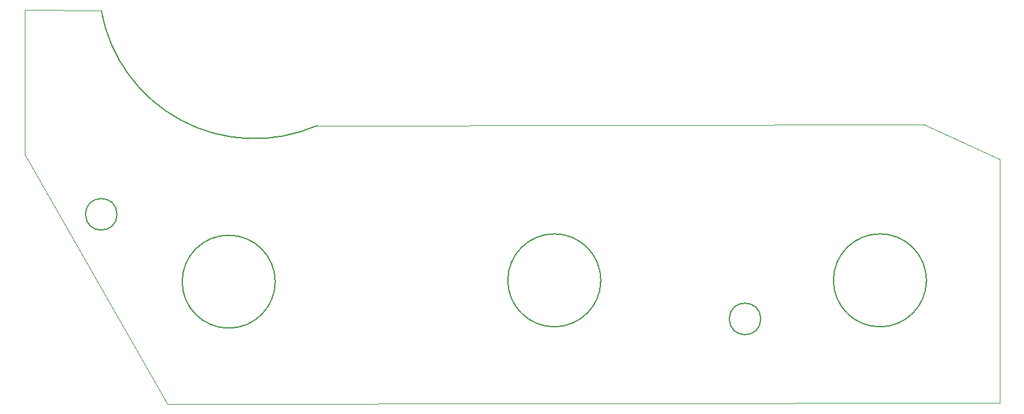
<source format=gbr>
%TF.GenerationSoftware,KiCad,Pcbnew,(5.1.6)-1*%
%TF.CreationDate,2020-11-25T09:57:01+11:00*%
%TF.ProjectId,ELEC Panel Panel PCB V1,454c4543-2050-4616-9e65-6c2050616e65,rev?*%
%TF.SameCoordinates,Original*%
%TF.FileFunction,Profile,NP*%
%FSLAX46Y46*%
G04 Gerber Fmt 4.6, Leading zero omitted, Abs format (unit mm)*
G04 Created by KiCad (PCBNEW (5.1.6)-1) date 2020-11-25 09:57:01*
%MOMM*%
%LPD*%
G01*
G04 APERTURE LIST*
%TA.AperFunction,Profile*%
%ADD10C,0.200000*%
%TD*%
%TA.AperFunction,Profile*%
%ADD11C,0.050000*%
%TD*%
G04 APERTURE END LIST*
D10*
X69850811Y-113666856D02*
G75*
G02*
X40411400Y-97942400I-8511245J19485742D01*
G01*
D11*
X152704800Y-113512600D02*
X69850810Y-113666856D01*
X163042600Y-118237000D02*
X152704800Y-113512600D01*
X163068000Y-151511000D02*
X163042600Y-118237000D01*
X49428400Y-151688800D02*
X163068000Y-151511000D01*
X29946600Y-117551200D02*
X49428400Y-151688800D01*
X29946600Y-97866200D02*
X29946600Y-117551200D01*
X29946600Y-97866200D02*
X40411400Y-97942400D01*
D10*
X108610400Y-134797800D02*
G75*
G03*
X108610400Y-134797800I-6350000J0D01*
G01*
X42564049Y-125780800D02*
G75*
G03*
X42564049Y-125780800I-2152649J0D01*
G01*
X153060399Y-134797800D02*
G75*
G03*
X153060399Y-134797800I-6349999J0D01*
G01*
X130448050Y-140068300D02*
G75*
G03*
X130448050Y-140068300I-2152650J0D01*
G01*
X64160400Y-134979916D02*
G75*
G03*
X64160400Y-134979916I-6350000J0D01*
G01*
M02*

</source>
